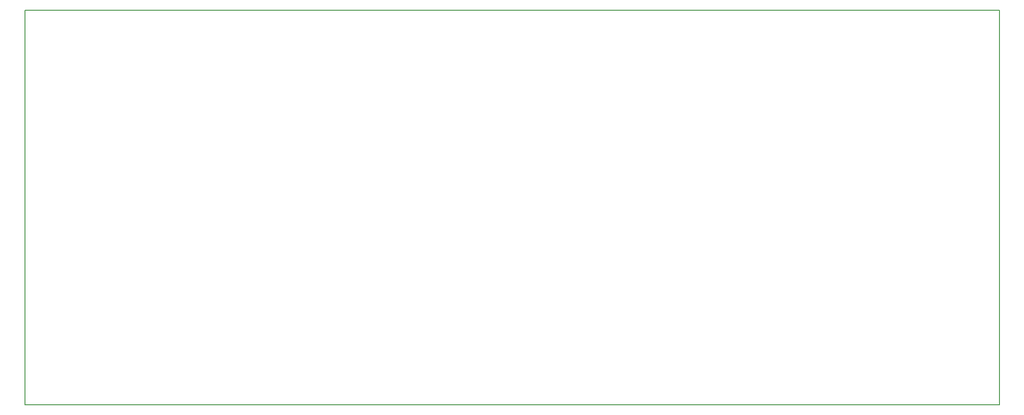
<source format=gbr>
%FSTAX42Y42*%
%MOMM*%
%SFA1B1*%

%IPPOS*%
%ADD124C,0.200000*%
%LNpcb_monitoring_mothb-1*%
%LPD*%
G54D124*
X017999Y-000499D02*
Y006999D01*
X-000499D02*
X017999D01*
X-000499Y-000499D02*
X017999D01*
X-000499D02*
Y006999D01*
M02*
</source>
